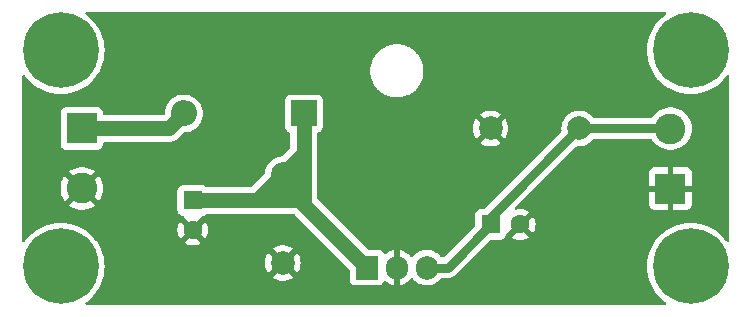
<source format=gbr>
%TF.GenerationSoftware,KiCad,Pcbnew,7.0.10*%
%TF.CreationDate,2024-02-07T21:18:28+06:30*%
%TF.ProjectId,7805,37383035-2e6b-4696-9361-645f70636258,rev?*%
%TF.SameCoordinates,PXa990340PY791ddc0*%
%TF.FileFunction,Copper,L1,Top*%
%TF.FilePolarity,Positive*%
%FSLAX46Y46*%
G04 Gerber Fmt 4.6, Leading zero omitted, Abs format (unit mm)*
G04 Created by KiCad (PCBNEW 7.0.10) date 2024-02-07 21:18:28*
%MOMM*%
%LPD*%
G01*
G04 APERTURE LIST*
%TA.AperFunction,ComponentPad*%
%ADD10R,1.600000X1.600000*%
%TD*%
%TA.AperFunction,ComponentPad*%
%ADD11C,1.600000*%
%TD*%
%TA.AperFunction,ComponentPad*%
%ADD12R,2.600000X2.600000*%
%TD*%
%TA.AperFunction,ComponentPad*%
%ADD13C,2.600000*%
%TD*%
%TA.AperFunction,ComponentPad*%
%ADD14C,2.000000*%
%TD*%
%TA.AperFunction,ComponentPad*%
%ADD15C,6.400000*%
%TD*%
%TA.AperFunction,ComponentPad*%
%ADD16R,2.200000X2.200000*%
%TD*%
%TA.AperFunction,ComponentPad*%
%ADD17O,2.200000X2.200000*%
%TD*%
%TA.AperFunction,ComponentPad*%
%ADD18R,1.905000X2.000000*%
%TD*%
%TA.AperFunction,ComponentPad*%
%ADD19O,1.905000X2.000000*%
%TD*%
%TA.AperFunction,ViaPad*%
%ADD20C,0.600000*%
%TD*%
%TA.AperFunction,Conductor*%
%ADD21C,1.270000*%
%TD*%
%TA.AperFunction,Conductor*%
%ADD22C,0.762000*%
%TD*%
G04 APERTURE END LIST*
D10*
%TO.P,C3,1*%
%TO.N,Net-(J2-Pin_2)*%
X39942888Y7112000D03*
D11*
%TO.P,C3,2*%
%TO.N,Net-(J1-Pin_2)*%
X42442888Y7112000D03*
%TD*%
D12*
%TO.P,J2,1,Pin_1*%
%TO.N,Net-(J1-Pin_2)*%
X55169000Y10155000D03*
D13*
%TO.P,J2,2,Pin_2*%
%TO.N,Net-(J2-Pin_2)*%
X55169000Y15235000D03*
%TD*%
D10*
%TO.P,C1,1*%
%TO.N,Net-(D1-K)*%
X14732000Y9144000D03*
D11*
%TO.P,C1,2*%
%TO.N,Net-(J1-Pin_2)*%
X14732000Y6644000D03*
%TD*%
D14*
%TO.P,C2,1*%
%TO.N,Net-(J1-Pin_2)*%
X22352000Y3870000D03*
%TO.P,C2,2*%
%TO.N,Net-(D1-K)*%
X22352000Y11370000D03*
%TD*%
D12*
%TO.P,J1,1,Pin_1*%
%TO.N,Net-(D1-A)*%
X5334000Y15245000D03*
D13*
%TO.P,J1,2,Pin_2*%
%TO.N,Net-(J1-Pin_2)*%
X5334000Y10165000D03*
%TD*%
D15*
%TO.P,H2,1,1*%
%TO.N,unconnected-(H2-Pad1)*%
X3556000Y3556000D03*
%TD*%
D16*
%TO.P,D1,1,K*%
%TO.N,Net-(D1-K)*%
X24130000Y16510000D03*
D17*
%TO.P,D1,2,A*%
%TO.N,Net-(D1-A)*%
X13970000Y16510000D03*
%TD*%
D14*
%TO.P,C4,1*%
%TO.N,Net-(J2-Pin_2)*%
X47438000Y15240000D03*
%TO.P,C4,2*%
%TO.N,Net-(J1-Pin_2)*%
X39938000Y15240000D03*
%TD*%
D15*
%TO.P,H1,1,1*%
%TO.N,unconnected-(H1-Pad1)*%
X3556000Y21844000D03*
%TD*%
D18*
%TO.P,U1,1,IN*%
%TO.N,Net-(D1-K)*%
X29464000Y3470000D03*
D19*
%TO.P,U1,2,GND*%
%TO.N,Net-(J1-Pin_2)*%
X32004000Y3470000D03*
%TO.P,U1,3,OUT*%
%TO.N,Net-(J2-Pin_2)*%
X34544000Y3470000D03*
%TD*%
D15*
%TO.P,H3,1,1*%
%TO.N,unconnected-(H3-Pad1)*%
X56896000Y21844000D03*
%TD*%
%TO.P,H4,1,1*%
%TO.N,unconnected-(H4-Pad1)*%
X56896000Y3556000D03*
%TD*%
D20*
%TO.N,Net-(J1-Pin_2)*%
X47255477Y4538250D03*
X37095477Y7078250D03*
X21855477Y19778250D03*
X34555477Y12158250D03*
X39635477Y1998250D03*
X19315477Y7078250D03*
X9155477Y1998250D03*
X39635477Y19778250D03*
X6615477Y7078250D03*
X21855477Y1998250D03*
X44715477Y9618250D03*
X14235477Y4538250D03*
X52335477Y7078250D03*
X26935477Y14698250D03*
X11695477Y17238250D03*
X52335477Y22318250D03*
X9155477Y22318250D03*
X1535477Y17238250D03*
X44715477Y22318250D03*
X32015477Y17238250D03*
X9155477Y12158250D03*
X57415477Y9618250D03*
X26935477Y22318250D03*
X47255477Y17238250D03*
X1535477Y9618250D03*
X57415477Y17238250D03*
X29475477Y9618250D03*
X34555477Y22318250D03*
X16775477Y22318250D03*
X16775477Y14698250D03*
X49795477Y12158250D03*
X42175477Y14698250D03*
%TD*%
D21*
%TO.N,Net-(D1-K)*%
X22352000Y10582000D02*
X22817000Y10117000D01*
X24130000Y10922000D02*
X24130000Y8804000D01*
X24130000Y13148000D02*
X23271000Y12289000D01*
X23769500Y9164500D02*
X24150500Y8783500D01*
X22352000Y11370000D02*
X22800000Y10922000D01*
X23271000Y12289000D02*
X23495000Y12065000D01*
X23749000Y9144000D02*
X23769500Y9164500D01*
X24130000Y8804000D02*
X24150500Y8783500D01*
X24150500Y8783500D02*
X29464000Y3470000D01*
X22817000Y11835000D02*
X22817000Y10117000D01*
X21112000Y10130000D02*
X21125000Y10117000D01*
X14732000Y9144000D02*
X20126000Y9144000D01*
X24130000Y13148000D02*
X24130000Y10922000D01*
X23271000Y12289000D02*
X22817000Y11835000D01*
X23495000Y12065000D02*
X23495000Y10922000D01*
X23271000Y12289000D02*
X22352000Y11370000D01*
X22800000Y10922000D02*
X23495000Y10922000D01*
X21112000Y10130000D02*
X22352000Y11370000D01*
X22352000Y11370000D02*
X22352000Y10582000D01*
X20126000Y9144000D02*
X21112000Y10130000D01*
X23495000Y10922000D02*
X24130000Y10922000D01*
X20126000Y9144000D02*
X23749000Y9144000D01*
X21125000Y10117000D02*
X22817000Y10117000D01*
X24130000Y16510000D02*
X24130000Y13148000D01*
X22817000Y10117000D02*
X23769500Y9164500D01*
%TO.N,Net-(D1-A)*%
X5334000Y15245000D02*
X12705000Y15245000D01*
X12705000Y15245000D02*
X13970000Y16510000D01*
D22*
%TO.N,Net-(J2-Pin_2)*%
X36300888Y3470000D02*
X39942888Y7112000D01*
X39942888Y7744888D02*
X39942888Y7112000D01*
X55164000Y15240000D02*
X55169000Y15235000D01*
X47438000Y15240000D02*
X55164000Y15240000D01*
X47438000Y15240000D02*
X39942888Y7744888D01*
X34544000Y3470000D02*
X36300888Y3470000D01*
%TD*%
%TA.AperFunction,Conductor*%
%TO.N,Net-(J1-Pin_2)*%
G36*
X54763044Y25079815D02*
G01*
X54808799Y25027011D01*
X54818743Y24957853D01*
X54789718Y24894297D01*
X54763540Y24871505D01*
X54717917Y24841878D01*
X54416488Y24597785D01*
X54416480Y24597778D01*
X54142222Y24323520D01*
X54142215Y24323512D01*
X53898122Y24022083D01*
X53686877Y23696794D01*
X53510787Y23351198D01*
X53371788Y22989095D01*
X53271397Y22614430D01*
X53271397Y22614428D01*
X53210722Y22231340D01*
X53190422Y21844001D01*
X53190422Y21844000D01*
X53210722Y21456661D01*
X53236542Y21293640D01*
X53271398Y21073567D01*
X53367814Y20713735D01*
X53371788Y20698906D01*
X53510787Y20336803D01*
X53686877Y19991207D01*
X53898122Y19665918D01*
X54063463Y19461739D01*
X54142219Y19364484D01*
X54416484Y19090219D01*
X54506450Y19017366D01*
X54717917Y18846123D01*
X54983330Y18673762D01*
X55043211Y18634875D01*
X55388806Y18458786D01*
X55750913Y18319786D01*
X56125567Y18219398D01*
X56508662Y18158722D01*
X56874576Y18139545D01*
X56895999Y18138422D01*
X56896000Y18138422D01*
X56896001Y18138422D01*
X56916301Y18139486D01*
X57283338Y18158722D01*
X57666433Y18219398D01*
X58041087Y18319786D01*
X58403194Y18458786D01*
X58748789Y18634875D01*
X59074084Y18846124D01*
X59375516Y19090219D01*
X59649781Y19364484D01*
X59893876Y19665916D01*
X59923505Y19711542D01*
X59976525Y19757044D01*
X60045730Y19766659D01*
X60109147Y19737332D01*
X60146642Y19678375D01*
X60151500Y19644006D01*
X60151500Y5755995D01*
X60131815Y5688956D01*
X60079011Y5643201D01*
X60009853Y5633257D01*
X59946297Y5662282D01*
X59923505Y5688460D01*
X59893877Y5734083D01*
X59744515Y5918529D01*
X59649781Y6035516D01*
X59375516Y6309781D01*
X59242630Y6417390D01*
X59074082Y6553878D01*
X58748793Y6765123D01*
X58403197Y6941213D01*
X58041094Y7080212D01*
X58003378Y7090318D01*
X57666433Y7180602D01*
X57666429Y7180603D01*
X57666428Y7180603D01*
X57283339Y7241278D01*
X56896001Y7261578D01*
X56895999Y7261578D01*
X56508660Y7241278D01*
X56125572Y7180603D01*
X56125570Y7180603D01*
X55750905Y7080212D01*
X55388802Y6941213D01*
X55043206Y6765123D01*
X54717917Y6553878D01*
X54416488Y6309785D01*
X54416480Y6309778D01*
X54142222Y6035520D01*
X54142215Y6035512D01*
X53898122Y5734083D01*
X53686877Y5408794D01*
X53510787Y5063198D01*
X53371788Y4701095D01*
X53271397Y4326430D01*
X53271397Y4326428D01*
X53210722Y3943340D01*
X53190422Y3556001D01*
X53190422Y3556000D01*
X53210722Y3168661D01*
X53263243Y2837057D01*
X53271398Y2785567D01*
X53368780Y2422130D01*
X53371788Y2410906D01*
X53510787Y2048803D01*
X53686877Y1703207D01*
X53898122Y1377918D01*
X54114401Y1110836D01*
X54142219Y1076484D01*
X54416484Y802219D01*
X54584375Y666263D01*
X54717917Y558123D01*
X54763540Y528495D01*
X54809043Y475474D01*
X54818657Y406269D01*
X54789330Y342852D01*
X54730373Y305358D01*
X54696005Y300500D01*
X5755995Y300500D01*
X5688956Y320185D01*
X5643201Y372989D01*
X5633257Y442147D01*
X5662282Y505703D01*
X5688460Y528495D01*
X5734082Y558123D01*
X5734084Y558124D01*
X6035516Y802219D01*
X6309781Y1076484D01*
X6553876Y1377916D01*
X6765125Y1703211D01*
X6941214Y2048806D01*
X7080214Y2410913D01*
X7180602Y2785567D01*
X7241278Y3168662D01*
X7261578Y3556000D01*
X7245122Y3869995D01*
X20846859Y3869995D01*
X20867385Y3622271D01*
X20867387Y3622262D01*
X20928412Y3381283D01*
X21028266Y3153636D01*
X21128564Y3000118D01*
X21868923Y3740477D01*
X21892507Y3660156D01*
X21970239Y3539202D01*
X22078900Y3445048D01*
X22209685Y3385320D01*
X22219466Y3383914D01*
X21481942Y2646391D01*
X21528768Y2609945D01*
X21528770Y2609944D01*
X21747385Y2491636D01*
X21747396Y2491631D01*
X21982506Y2410917D01*
X22227707Y2370000D01*
X22476293Y2370000D01*
X22721493Y2410917D01*
X22956603Y2491631D01*
X22956614Y2491636D01*
X23175228Y2609943D01*
X23175231Y2609945D01*
X23222056Y2646391D01*
X22484533Y3383914D01*
X22494315Y3385320D01*
X22625100Y3445048D01*
X22733761Y3539202D01*
X22811493Y3660156D01*
X22835076Y3740476D01*
X23575434Y3000118D01*
X23675731Y3153631D01*
X23775587Y3381283D01*
X23836612Y3622262D01*
X23836614Y3622271D01*
X23857141Y3869995D01*
X23857141Y3870006D01*
X23836614Y4117730D01*
X23836612Y4117739D01*
X23775587Y4358718D01*
X23675731Y4586370D01*
X23575434Y4739884D01*
X22835076Y3999525D01*
X22811493Y4079844D01*
X22733761Y4200798D01*
X22625100Y4294952D01*
X22494315Y4354680D01*
X22484534Y4356087D01*
X23222057Y5093610D01*
X23222056Y5093611D01*
X23175229Y5130057D01*
X22956614Y5248365D01*
X22956603Y5248370D01*
X22721493Y5329084D01*
X22476293Y5370000D01*
X22227707Y5370000D01*
X21982506Y5329084D01*
X21747396Y5248370D01*
X21747390Y5248368D01*
X21528761Y5130051D01*
X21481942Y5093612D01*
X21481942Y5093610D01*
X22219466Y4356087D01*
X22209685Y4354680D01*
X22078900Y4294952D01*
X21970239Y4200798D01*
X21892507Y4079844D01*
X21868923Y3999525D01*
X21128564Y4739884D01*
X21028267Y4586368D01*
X20928412Y4358718D01*
X20867387Y4117739D01*
X20867385Y4117730D01*
X20846859Y3870006D01*
X20846859Y3869995D01*
X7245122Y3869995D01*
X7241278Y3943338D01*
X7180602Y4326433D01*
X7080214Y4701087D01*
X6941214Y5063194D01*
X6765125Y5408789D01*
X6583505Y5688460D01*
X6553877Y5734083D01*
X6404515Y5918529D01*
X6309781Y6035516D01*
X6035516Y6309781D01*
X5902630Y6417390D01*
X5734082Y6553878D01*
X5595309Y6643998D01*
X13427034Y6643998D01*
X13446858Y6417401D01*
X13446860Y6417390D01*
X13505730Y6197683D01*
X13505735Y6197669D01*
X13601863Y5991522D01*
X13652974Y5918528D01*
X14334046Y6599600D01*
X14346835Y6518852D01*
X14404359Y6405955D01*
X14493955Y6316359D01*
X14606852Y6258835D01*
X14687599Y6246047D01*
X14006526Y5564975D01*
X14079513Y5513868D01*
X14079521Y5513864D01*
X14285668Y5417736D01*
X14285682Y5417731D01*
X14505389Y5358861D01*
X14505400Y5358859D01*
X14731998Y5339034D01*
X14732002Y5339034D01*
X14958599Y5358859D01*
X14958610Y5358861D01*
X15178317Y5417731D01*
X15178331Y5417736D01*
X15384478Y5513864D01*
X15457471Y5564976D01*
X14776400Y6246047D01*
X14857148Y6258835D01*
X14970045Y6316359D01*
X15059641Y6405955D01*
X15117165Y6518852D01*
X15129953Y6599600D01*
X15811024Y5918529D01*
X15862136Y5991522D01*
X15958264Y6197669D01*
X15958269Y6197683D01*
X16017139Y6417390D01*
X16017141Y6417401D01*
X16036966Y6643998D01*
X16036966Y6644003D01*
X16017141Y6870600D01*
X16017139Y6870611D01*
X15958269Y7090318D01*
X15958264Y7090332D01*
X15862136Y7296479D01*
X15862132Y7296487D01*
X15811025Y7369474D01*
X15129953Y6688402D01*
X15117165Y6769148D01*
X15059641Y6882045D01*
X14970045Y6971641D01*
X14857148Y7029165D01*
X14776401Y7041954D01*
X15462645Y7728199D01*
X15472492Y7777193D01*
X15521107Y7827376D01*
X15576633Y7842019D01*
X15576576Y7843100D01*
X15576571Y7843146D01*
X15576573Y7843147D01*
X15576564Y7843324D01*
X15579857Y7843501D01*
X15579872Y7843501D01*
X15639483Y7849909D01*
X15774331Y7900204D01*
X15827357Y7939899D01*
X15885956Y7983766D01*
X15951420Y8008184D01*
X15960267Y8008500D01*
X20017573Y8008500D01*
X20020838Y8008500D01*
X20041402Y8006784D01*
X20044626Y8006241D01*
X20138048Y8008465D01*
X20140998Y8008500D01*
X23267851Y8008500D01*
X23334890Y7988815D01*
X23349046Y7978219D01*
X23352391Y7975321D01*
X23358877Y7969283D01*
X23388244Y7939916D01*
X23388262Y7939899D01*
X27974681Y3353480D01*
X28008166Y3292157D01*
X28011000Y3265799D01*
X28011000Y2422130D01*
X28011001Y2422124D01*
X28017408Y2362517D01*
X28067702Y2227672D01*
X28067706Y2227665D01*
X28153952Y2112456D01*
X28153955Y2112453D01*
X28269164Y2026207D01*
X28269171Y2026203D01*
X28404017Y1975909D01*
X28404016Y1975909D01*
X28410944Y1975165D01*
X28463627Y1969500D01*
X30464372Y1969501D01*
X30523983Y1975909D01*
X30658831Y2026204D01*
X30774046Y2112454D01*
X30860296Y2227669D01*
X30860297Y2227672D01*
X30860298Y2227673D01*
X30866308Y2243791D01*
X30871907Y2258803D01*
X30913776Y2314736D01*
X30979240Y2339156D01*
X31047513Y2324306D01*
X31064252Y2313325D01*
X31206831Y2202351D01*
X31206840Y2202345D01*
X31418531Y2087785D01*
X31418545Y2087779D01*
X31646207Y2009621D01*
X31754000Y1991634D01*
X31754000Y2978317D01*
X31782819Y2960791D01*
X31928404Y2920000D01*
X32041622Y2920000D01*
X32153783Y2935416D01*
X32254000Y2978947D01*
X32254000Y1991635D01*
X32361792Y2009621D01*
X32589454Y2087779D01*
X32589468Y2087785D01*
X32801159Y2202345D01*
X32801168Y2202351D01*
X32991116Y2350194D01*
X32991126Y2350203D01*
X33154154Y2527298D01*
X33154155Y2527299D01*
X33169891Y2551384D01*
X33223036Y2596742D01*
X33292267Y2606167D01*
X33355604Y2576667D01*
X33377510Y2551386D01*
X33393446Y2526993D01*
X33393449Y2526990D01*
X33556537Y2349829D01*
X33678095Y2255217D01*
X33746017Y2202351D01*
X33746561Y2201928D01*
X33911891Y2112456D01*
X33957478Y2087785D01*
X33958336Y2087321D01*
X34070526Y2048806D01*
X34186083Y2009135D01*
X34186085Y2009135D01*
X34186087Y2009134D01*
X34423601Y1969500D01*
X34423602Y1969500D01*
X34664398Y1969500D01*
X34664399Y1969500D01*
X34901913Y2009134D01*
X35129664Y2087321D01*
X35341439Y2201928D01*
X35531463Y2349829D01*
X35694551Y2526990D01*
X35698033Y2532319D01*
X35751178Y2577677D01*
X35801843Y2588500D01*
X36260015Y2588500D01*
X36270079Y2588092D01*
X36324899Y2583627D01*
X36406483Y2594743D01*
X36409717Y2595139D01*
X36491502Y2604033D01*
X36491757Y2604120D01*
X36514602Y2609473D01*
X36514882Y2609511D01*
X36592140Y2637896D01*
X36595237Y2638987D01*
X36673203Y2665255D01*
X36673427Y2665390D01*
X36694611Y2675542D01*
X36694858Y2675632D01*
X36764184Y2719946D01*
X36766985Y2721683D01*
X36837495Y2764106D01*
X36837681Y2764283D01*
X36856194Y2778757D01*
X36856413Y2778896D01*
X36914609Y2837094D01*
X36916940Y2839362D01*
X36976696Y2895964D01*
X36976845Y2896186D01*
X36991799Y2914284D01*
X39852698Y5775182D01*
X39914021Y5808667D01*
X39940379Y5811501D01*
X40790759Y5811501D01*
X40790760Y5811501D01*
X40850371Y5817909D01*
X40985219Y5868204D01*
X41100434Y5954454D01*
X41186684Y6069669D01*
X41236979Y6204517D01*
X41243388Y6264127D01*
X41243387Y6264155D01*
X41243566Y6267453D01*
X41245071Y6267373D01*
X41263000Y6328674D01*
X41315756Y6374486D01*
X41359353Y6382019D01*
X42044934Y7067601D01*
X42057723Y6986852D01*
X42115247Y6873955D01*
X42204843Y6784359D01*
X42317740Y6726835D01*
X42398487Y6714047D01*
X41717414Y6032975D01*
X41790401Y5981868D01*
X41790409Y5981864D01*
X41996556Y5885736D01*
X41996570Y5885731D01*
X42216277Y5826861D01*
X42216288Y5826859D01*
X42442886Y5807034D01*
X42442890Y5807034D01*
X42669487Y5826859D01*
X42669498Y5826861D01*
X42889205Y5885731D01*
X42889219Y5885736D01*
X43095366Y5981864D01*
X43168359Y6032976D01*
X42487288Y6714047D01*
X42568036Y6726835D01*
X42680933Y6784359D01*
X42770529Y6873955D01*
X42828053Y6986852D01*
X42840841Y7067600D01*
X43521912Y6386529D01*
X43573024Y6459522D01*
X43669152Y6665669D01*
X43669157Y6665683D01*
X43728027Y6885390D01*
X43728029Y6885401D01*
X43747854Y7111998D01*
X43747854Y7112003D01*
X43728029Y7338600D01*
X43728027Y7338611D01*
X43669157Y7558318D01*
X43669152Y7558332D01*
X43573024Y7764479D01*
X43573020Y7764487D01*
X43521913Y7837474D01*
X42840841Y7156402D01*
X42828053Y7237148D01*
X42770529Y7350045D01*
X42680933Y7439641D01*
X42568036Y7497165D01*
X42487287Y7509954D01*
X43168360Y8191026D01*
X43095366Y8242137D01*
X42889219Y8338265D01*
X42889205Y8338270D01*
X42669498Y8397140D01*
X42669487Y8397142D01*
X42442890Y8416966D01*
X42442886Y8416966D01*
X42216288Y8397142D01*
X42216277Y8397140D01*
X42151691Y8379834D01*
X42081841Y8381497D01*
X42023979Y8420660D01*
X41996475Y8484889D01*
X42008062Y8553791D01*
X42031914Y8587287D01*
X42251783Y8807156D01*
X53369000Y8807156D01*
X53375401Y8747628D01*
X53375403Y8747621D01*
X53425645Y8612914D01*
X53425649Y8612907D01*
X53511809Y8497813D01*
X53511812Y8497810D01*
X53626906Y8411650D01*
X53626913Y8411646D01*
X53761620Y8361404D01*
X53761627Y8361402D01*
X53821155Y8355001D01*
X53821172Y8355000D01*
X54919000Y8355000D01*
X54919000Y9550690D01*
X54927817Y9545842D01*
X55086886Y9505000D01*
X55209894Y9505000D01*
X55331933Y9520417D01*
X55419000Y9554890D01*
X55419000Y8355000D01*
X56516828Y8355000D01*
X56516844Y8355001D01*
X56576372Y8361402D01*
X56576379Y8361404D01*
X56711086Y8411646D01*
X56711093Y8411650D01*
X56826187Y8497810D01*
X56826190Y8497813D01*
X56912350Y8612907D01*
X56912354Y8612914D01*
X56962596Y8747621D01*
X56962598Y8747628D01*
X56968999Y8807156D01*
X56969000Y8807173D01*
X56969000Y9905000D01*
X55769728Y9905000D01*
X55792100Y9952543D01*
X55822873Y10113862D01*
X55812561Y10277766D01*
X55771220Y10405000D01*
X56969000Y10405000D01*
X56969000Y11502828D01*
X56968999Y11502845D01*
X56962598Y11562373D01*
X56962596Y11562380D01*
X56912354Y11697087D01*
X56912350Y11697094D01*
X56826190Y11812188D01*
X56826187Y11812191D01*
X56711093Y11898351D01*
X56711086Y11898355D01*
X56576379Y11948597D01*
X56576372Y11948599D01*
X56516844Y11955000D01*
X55419000Y11955000D01*
X55419000Y10759311D01*
X55410183Y10764158D01*
X55251114Y10805000D01*
X55128106Y10805000D01*
X55006067Y10789583D01*
X54919000Y10755111D01*
X54919000Y11955000D01*
X53821155Y11955000D01*
X53761627Y11948599D01*
X53761620Y11948597D01*
X53626913Y11898355D01*
X53626906Y11898351D01*
X53511812Y11812191D01*
X53511809Y11812188D01*
X53425649Y11697094D01*
X53425645Y11697087D01*
X53375403Y11562380D01*
X53375401Y11562373D01*
X53369000Y11502845D01*
X53369000Y10405000D01*
X54568272Y10405000D01*
X54545900Y10357457D01*
X54515127Y10196138D01*
X54525439Y10032234D01*
X54566780Y9905000D01*
X53369000Y9905000D01*
X53369000Y8807156D01*
X42251783Y8807156D01*
X47157521Y13712894D01*
X47218842Y13746377D01*
X47265610Y13747519D01*
X47284213Y13744415D01*
X47313663Y13739500D01*
X47313665Y13739500D01*
X47562335Y13739500D01*
X47807614Y13780429D01*
X48042810Y13861172D01*
X48261509Y13979526D01*
X48457744Y14132262D01*
X48626164Y14315215D01*
X48626165Y14315217D01*
X48629172Y14318483D01*
X48689059Y14354473D01*
X48720402Y14358500D01*
X53524418Y14358500D01*
X53591457Y14338815D01*
X53631803Y14296502D01*
X53677185Y14217898D01*
X53714072Y14171643D01*
X53845442Y14006911D01*
X54002513Y13861172D01*
X54043259Y13823365D01*
X54266226Y13671349D01*
X54509359Y13554262D01*
X54767228Y13474720D01*
X54767229Y13474720D01*
X54767232Y13474719D01*
X55034063Y13434501D01*
X55034068Y13434501D01*
X55034071Y13434500D01*
X55034072Y13434500D01*
X55303928Y13434500D01*
X55303929Y13434500D01*
X55303936Y13434501D01*
X55570767Y13474719D01*
X55570768Y13474720D01*
X55570772Y13474720D01*
X55828641Y13554262D01*
X56071775Y13671349D01*
X56294741Y13823365D01*
X56492561Y14006915D01*
X56660815Y14217898D01*
X56795743Y14451602D01*
X56894334Y14702805D01*
X56954383Y14965897D01*
X56969503Y15167665D01*
X56974549Y15234996D01*
X56974549Y15235005D01*
X56954383Y15504102D01*
X56954383Y15504103D01*
X56894334Y15767195D01*
X56795743Y16018398D01*
X56660815Y16252102D01*
X56492561Y16463085D01*
X56492560Y16463086D01*
X56492557Y16463090D01*
X56294741Y16646635D01*
X56286162Y16652484D01*
X56071775Y16798651D01*
X56071769Y16798654D01*
X56071768Y16798655D01*
X56071767Y16798656D01*
X55828643Y16915737D01*
X55828645Y16915737D01*
X55570773Y16995280D01*
X55570767Y16995282D01*
X55303936Y17035500D01*
X55303929Y17035500D01*
X55034071Y17035500D01*
X55034063Y17035500D01*
X54767232Y16995282D01*
X54767226Y16995280D01*
X54509358Y16915738D01*
X54266230Y16798654D01*
X54043258Y16646635D01*
X53845442Y16463090D01*
X53677185Y16252102D01*
X53637578Y16183500D01*
X53587011Y16135285D01*
X53530191Y16121500D01*
X48720402Y16121500D01*
X48653363Y16141185D01*
X48629172Y16161517D01*
X48626164Y16164785D01*
X48457744Y16347738D01*
X48261509Y16500474D01*
X48261507Y16500475D01*
X48261506Y16500476D01*
X48042811Y16618828D01*
X48042802Y16618831D01*
X47807616Y16699571D01*
X47562335Y16740500D01*
X47313665Y16740500D01*
X47068383Y16699571D01*
X46833197Y16618831D01*
X46833188Y16618828D01*
X46614493Y16500476D01*
X46418257Y16347739D01*
X46249833Y16164783D01*
X46113826Y15956607D01*
X46013936Y15728882D01*
X45952892Y15487825D01*
X45952890Y15487813D01*
X45932357Y15240005D01*
X45932357Y15239995D01*
X45947430Y15058087D01*
X45933349Y14989651D01*
X45911535Y14960166D01*
X39400188Y8448819D01*
X39338865Y8415334D01*
X39312508Y8412500D01*
X39095018Y8412500D01*
X39095011Y8412499D01*
X39035404Y8406092D01*
X38900559Y8355798D01*
X38900552Y8355794D01*
X38785343Y8269548D01*
X38785340Y8269545D01*
X38699094Y8154336D01*
X38699090Y8154329D01*
X38648796Y8019483D01*
X38642389Y7959884D01*
X38642388Y7959865D01*
X38642388Y7109492D01*
X38622703Y7042453D01*
X38606069Y7021811D01*
X35972078Y4387819D01*
X35910755Y4354334D01*
X35884397Y4351500D01*
X35801843Y4351500D01*
X35734804Y4371185D01*
X35698033Y4407681D01*
X35694555Y4413004D01*
X35694554Y4413005D01*
X35694551Y4413010D01*
X35531463Y4590171D01*
X35374505Y4712336D01*
X35341441Y4738071D01*
X35129665Y4852679D01*
X35129656Y4852682D01*
X34901916Y4930866D01*
X34702800Y4964092D01*
X34664399Y4970500D01*
X34423601Y4970500D01*
X34385200Y4964092D01*
X34186083Y4930866D01*
X33958343Y4852682D01*
X33958334Y4852679D01*
X33746558Y4738071D01*
X33650195Y4663068D01*
X33556537Y4590171D01*
X33556534Y4590169D01*
X33556534Y4590168D01*
X33393450Y4413012D01*
X33393446Y4413006D01*
X33377507Y4388611D01*
X33324359Y4343256D01*
X33255127Y4333835D01*
X33191793Y4363339D01*
X33169892Y4388615D01*
X33154154Y4412704D01*
X32991126Y4589798D01*
X32991116Y4589807D01*
X32801168Y4737650D01*
X32801159Y4737656D01*
X32589468Y4852216D01*
X32589454Y4852222D01*
X32361791Y4930381D01*
X32254000Y4948367D01*
X32254000Y3961684D01*
X32225181Y3979209D01*
X32079596Y4020000D01*
X31966378Y4020000D01*
X31854217Y4004584D01*
X31754000Y3961054D01*
X31754000Y4948367D01*
X31753999Y4948367D01*
X31646208Y4930381D01*
X31418545Y4852222D01*
X31418531Y4852216D01*
X31206840Y4737656D01*
X31206838Y4737655D01*
X31064252Y4626675D01*
X30999258Y4601033D01*
X30930718Y4614600D01*
X30880393Y4663068D01*
X30871907Y4681199D01*
X30860297Y4712329D01*
X30860293Y4712336D01*
X30774047Y4827545D01*
X30774044Y4827548D01*
X30658835Y4913794D01*
X30658828Y4913798D01*
X30523982Y4964092D01*
X30523983Y4964092D01*
X30464383Y4970499D01*
X30464381Y4970500D01*
X30464373Y4970500D01*
X30464365Y4970500D01*
X29620701Y4970500D01*
X29553662Y4990185D01*
X29533020Y5006819D01*
X25301819Y9238021D01*
X25268334Y9299344D01*
X25265500Y9325702D01*
X25265500Y10831920D01*
X25266762Y10849566D01*
X25269373Y10867725D01*
X25265640Y10946094D01*
X25265500Y10951994D01*
X25265500Y13072974D01*
X25266377Y13087695D01*
X25270342Y13120855D01*
X25265816Y13184139D01*
X25265500Y13192984D01*
X25265500Y14802966D01*
X25285185Y14870005D01*
X25337989Y14915760D01*
X25346167Y14919148D01*
X25472328Y14966203D01*
X25472327Y14966203D01*
X25472331Y14966204D01*
X25587546Y15052454D01*
X25673796Y15167669D01*
X25700772Y15239995D01*
X38432859Y15239995D01*
X38453385Y14992271D01*
X38453387Y14992262D01*
X38514412Y14751283D01*
X38614266Y14523636D01*
X38714564Y14370118D01*
X39454923Y15110477D01*
X39478507Y15030156D01*
X39556239Y14909202D01*
X39664900Y14815048D01*
X39795685Y14755320D01*
X39805466Y14753914D01*
X39067942Y14016391D01*
X39114768Y13979945D01*
X39114770Y13979944D01*
X39333385Y13861636D01*
X39333396Y13861631D01*
X39568506Y13780917D01*
X39813707Y13740000D01*
X40062293Y13740000D01*
X40307493Y13780917D01*
X40542603Y13861631D01*
X40542614Y13861636D01*
X40761228Y13979943D01*
X40761231Y13979945D01*
X40808056Y14016391D01*
X40070533Y14753914D01*
X40080315Y14755320D01*
X40211100Y14815048D01*
X40319761Y14909202D01*
X40397493Y15030156D01*
X40421076Y15110476D01*
X41161434Y14370118D01*
X41261731Y14523631D01*
X41361587Y14751283D01*
X41422612Y14992262D01*
X41422614Y14992271D01*
X41443141Y15239995D01*
X41443141Y15240006D01*
X41422614Y15487730D01*
X41422612Y15487739D01*
X41361587Y15728718D01*
X41261731Y15956370D01*
X41161434Y16109884D01*
X40421076Y15369525D01*
X40397493Y15449844D01*
X40319761Y15570798D01*
X40211100Y15664952D01*
X40080315Y15724680D01*
X40070534Y15726087D01*
X40808057Y16463610D01*
X40808056Y16463611D01*
X40761229Y16500057D01*
X40542614Y16618365D01*
X40542603Y16618370D01*
X40307493Y16699084D01*
X40062293Y16740000D01*
X39813707Y16740000D01*
X39568506Y16699084D01*
X39333396Y16618370D01*
X39333390Y16618368D01*
X39114761Y16500051D01*
X39067942Y16463612D01*
X39067942Y16463610D01*
X39805466Y15726087D01*
X39795685Y15724680D01*
X39664900Y15664952D01*
X39556239Y15570798D01*
X39478507Y15449844D01*
X39454923Y15369525D01*
X38714564Y16109884D01*
X38614267Y15956368D01*
X38514412Y15728718D01*
X38453387Y15487739D01*
X38453385Y15487730D01*
X38432859Y15240006D01*
X38432859Y15239995D01*
X25700772Y15239995D01*
X25724091Y15302517D01*
X25730500Y15362127D01*
X25730499Y17657872D01*
X25724091Y17717483D01*
X25690017Y17808839D01*
X25673797Y17852329D01*
X25673793Y17852336D01*
X25587547Y17967545D01*
X25587544Y17967548D01*
X25472335Y18053794D01*
X25472328Y18053798D01*
X25337482Y18104092D01*
X25337483Y18104092D01*
X25277883Y18110499D01*
X25277881Y18110500D01*
X25277873Y18110500D01*
X25277864Y18110500D01*
X22982129Y18110500D01*
X22982123Y18110499D01*
X22922516Y18104092D01*
X22787671Y18053798D01*
X22787664Y18053794D01*
X22672455Y17967548D01*
X22672452Y17967545D01*
X22586206Y17852336D01*
X22586202Y17852329D01*
X22535908Y17717483D01*
X22529501Y17657884D01*
X22529501Y17657877D01*
X22529500Y17657865D01*
X22529500Y15362130D01*
X22529501Y15362124D01*
X22535908Y15302517D01*
X22586202Y15167672D01*
X22586206Y15167665D01*
X22672452Y15052456D01*
X22672455Y15052453D01*
X22787664Y14966207D01*
X22787671Y14966203D01*
X22913833Y14919148D01*
X22969767Y14877277D01*
X22994184Y14811813D01*
X22994500Y14802966D01*
X22994500Y13669703D01*
X22974815Y13602664D01*
X22958181Y13582022D01*
X22531775Y13155617D01*
X22518411Y13144035D01*
X22503717Y13133035D01*
X22450955Y13074996D01*
X22446889Y13070732D01*
X22429834Y13053675D01*
X22429832Y13053672D01*
X22429828Y13053668D01*
X22278554Y12902394D01*
X22217231Y12868910D01*
X22211283Y12867767D01*
X21982382Y12829571D01*
X21747197Y12748831D01*
X21747188Y12748828D01*
X21528493Y12630476D01*
X21332257Y12477739D01*
X21163833Y12294783D01*
X21027826Y12086607D01*
X20927936Y11858882D01*
X20866892Y11617825D01*
X20866890Y11617814D01*
X20859162Y11524549D01*
X20834008Y11459364D01*
X20823267Y11447109D01*
X20385752Y11009593D01*
X20385745Y11009586D01*
X20372765Y10996608D01*
X20359408Y10985034D01*
X20344724Y10974041D01*
X20344717Y10974035D01*
X20291946Y10915986D01*
X20287875Y10911717D01*
X19691979Y10315819D01*
X19630656Y10282334D01*
X19604298Y10279500D01*
X15960267Y10279500D01*
X15893228Y10299185D01*
X15885956Y10304234D01*
X15774335Y10387794D01*
X15774328Y10387798D01*
X15639482Y10438092D01*
X15639483Y10438092D01*
X15579883Y10444499D01*
X15579881Y10444500D01*
X15579873Y10444500D01*
X15579864Y10444500D01*
X13884129Y10444500D01*
X13884123Y10444499D01*
X13824516Y10438092D01*
X13689671Y10387798D01*
X13689664Y10387794D01*
X13574455Y10301548D01*
X13574452Y10301545D01*
X13488206Y10186336D01*
X13488202Y10186329D01*
X13437908Y10051483D01*
X13431501Y9991884D01*
X13431500Y9991865D01*
X13431500Y8296130D01*
X13431501Y8296124D01*
X13437908Y8236517D01*
X13488202Y8101672D01*
X13488206Y8101665D01*
X13574452Y7986456D01*
X13574455Y7986453D01*
X13689664Y7900207D01*
X13689671Y7900203D01*
X13734618Y7883439D01*
X13824517Y7849909D01*
X13884127Y7843500D01*
X13884153Y7843501D01*
X13887453Y7843322D01*
X13887372Y7841817D01*
X13948672Y7823888D01*
X13994483Y7771133D01*
X14002016Y7727536D01*
X14687599Y7041954D01*
X14606852Y7029165D01*
X14493955Y6971641D01*
X14404359Y6882045D01*
X14346835Y6769148D01*
X14334046Y6688402D01*
X13652974Y7369474D01*
X13652973Y7369474D01*
X13601868Y7296488D01*
X13601866Y7296484D01*
X13505734Y7090327D01*
X13505730Y7090318D01*
X13446860Y6870611D01*
X13446858Y6870600D01*
X13427034Y6644003D01*
X13427034Y6643998D01*
X5595309Y6643998D01*
X5408793Y6765123D01*
X5063197Y6941213D01*
X4701094Y7080212D01*
X4663378Y7090318D01*
X4326433Y7180602D01*
X4326429Y7180603D01*
X4326428Y7180603D01*
X3943339Y7241278D01*
X3556001Y7261578D01*
X3555999Y7261578D01*
X3168660Y7241278D01*
X2785572Y7180603D01*
X2785570Y7180603D01*
X2410905Y7080212D01*
X2048802Y6941213D01*
X1703206Y6765123D01*
X1377917Y6553878D01*
X1076488Y6309785D01*
X1076480Y6309778D01*
X802222Y6035520D01*
X802215Y6035512D01*
X558122Y5734083D01*
X528495Y5688460D01*
X475474Y5642957D01*
X406269Y5633343D01*
X342852Y5662670D01*
X305358Y5721627D01*
X300500Y5755995D01*
X300500Y10164996D01*
X3528953Y10164996D01*
X3549113Y9895974D01*
X3549113Y9895972D01*
X3609142Y9632967D01*
X3609148Y9632948D01*
X3707709Y9381819D01*
X3707708Y9381819D01*
X3842602Y9148178D01*
X3896294Y9080849D01*
X4731452Y9916008D01*
X4741188Y9886044D01*
X4829186Y9747381D01*
X4948903Y9634960D01*
X5083510Y9560959D01*
X4248848Y8726298D01*
X4431483Y8601780D01*
X4431485Y8601779D01*
X4674539Y8484731D01*
X4674537Y8484731D01*
X4932337Y8405210D01*
X4932343Y8405208D01*
X5199101Y8365001D01*
X5199110Y8365000D01*
X5468890Y8365000D01*
X5468898Y8365001D01*
X5735656Y8405208D01*
X5735662Y8405210D01*
X5993461Y8484731D01*
X6236521Y8601782D01*
X6419150Y8726298D01*
X5581534Y9563914D01*
X5649629Y9590874D01*
X5782492Y9687405D01*
X5887175Y9813945D01*
X5935631Y9916921D01*
X6771703Y9080849D01*
X6771704Y9080850D01*
X6825393Y9148172D01*
X6825400Y9148183D01*
X6960290Y9381819D01*
X7058851Y9632948D01*
X7058857Y9632967D01*
X7118886Y9895972D01*
X7118886Y9895974D01*
X7139047Y10164996D01*
X7139047Y10165005D01*
X7118886Y10434027D01*
X7118886Y10434029D01*
X7058857Y10697034D01*
X7058851Y10697053D01*
X6960290Y10948182D01*
X6960291Y10948182D01*
X6825397Y11181823D01*
X6771704Y11249153D01*
X5936546Y10413996D01*
X5926812Y10443956D01*
X5838814Y10582619D01*
X5719097Y10695040D01*
X5584489Y10769042D01*
X6419150Y11603704D01*
X6236517Y11728221D01*
X6236516Y11728222D01*
X5993460Y11845270D01*
X5993462Y11845270D01*
X5735662Y11924791D01*
X5735656Y11924793D01*
X5468898Y11965000D01*
X5199101Y11965000D01*
X4932343Y11924793D01*
X4932337Y11924791D01*
X4674538Y11845270D01*
X4431485Y11728222D01*
X4431476Y11728217D01*
X4248848Y11603704D01*
X5086465Y10766087D01*
X5018371Y10739126D01*
X4885508Y10642595D01*
X4780825Y10516055D01*
X4732368Y10413079D01*
X3896295Y11249152D01*
X3842600Y11181820D01*
X3707709Y10948182D01*
X3609148Y10697053D01*
X3609142Y10697034D01*
X3549113Y10434029D01*
X3549113Y10434027D01*
X3528953Y10165005D01*
X3528953Y10164996D01*
X300500Y10164996D01*
X300500Y13897130D01*
X3533500Y13897130D01*
X3533501Y13897124D01*
X3539908Y13837517D01*
X3590202Y13702672D01*
X3590206Y13702665D01*
X3676452Y13587456D01*
X3676455Y13587453D01*
X3791664Y13501207D01*
X3791671Y13501203D01*
X3926517Y13450909D01*
X3926516Y13450909D01*
X3933444Y13450165D01*
X3986127Y13444500D01*
X6681872Y13444501D01*
X6741483Y13450909D01*
X6876331Y13501204D01*
X6991546Y13587454D01*
X7077796Y13702669D01*
X7128091Y13837517D01*
X7134500Y13897127D01*
X7134500Y13985500D01*
X7154185Y14052539D01*
X7206989Y14098294D01*
X7258500Y14109500D01*
X12599838Y14109500D01*
X12620402Y14107784D01*
X12623626Y14107241D01*
X12717048Y14109465D01*
X12719998Y14109500D01*
X12759082Y14109500D01*
X12759091Y14109500D01*
X12768156Y14110366D01*
X12776972Y14110892D01*
X12840419Y14112402D01*
X12873048Y14119501D01*
X12887618Y14121772D01*
X12906171Y14123545D01*
X12920872Y14124948D01*
X12981774Y14142832D01*
X12990303Y14145008D01*
X13052317Y14158498D01*
X13083012Y14171644D01*
X13096884Y14176631D01*
X13128942Y14186043D01*
X13185343Y14215122D01*
X13193350Y14218893D01*
X13251663Y14243863D01*
X13279322Y14262584D01*
X13292003Y14270109D01*
X13321690Y14285412D01*
X13371575Y14324644D01*
X13378687Y14329837D01*
X13431250Y14365411D01*
X13454874Y14389037D01*
X13465899Y14398820D01*
X13492146Y14419460D01*
X13492149Y14419462D01*
X13533717Y14467436D01*
X13539722Y14473885D01*
X13938076Y14872239D01*
X13999397Y14905722D01*
X14016025Y14908174D01*
X14221148Y14924317D01*
X14466111Y14983127D01*
X14698859Y15079534D01*
X14913659Y15211164D01*
X15105224Y15374776D01*
X15268836Y15566341D01*
X15400466Y15781141D01*
X15496873Y16013889D01*
X15555683Y16258852D01*
X15575449Y16510000D01*
X15555683Y16761148D01*
X15496873Y17006111D01*
X15400466Y17238859D01*
X15400466Y17238860D01*
X15268839Y17453654D01*
X15268838Y17453657D01*
X15231875Y17496934D01*
X15105224Y17645224D01*
X14978571Y17753396D01*
X14913656Y17808839D01*
X14913653Y17808840D01*
X14698859Y17940467D01*
X14466110Y18036874D01*
X14221151Y18095683D01*
X13970000Y18115449D01*
X13718848Y18095683D01*
X13473889Y18036874D01*
X13241140Y17940467D01*
X13026346Y17808840D01*
X13026343Y17808839D01*
X12834776Y17645224D01*
X12671161Y17453657D01*
X12671160Y17453654D01*
X12539533Y17238860D01*
X12443126Y17006111D01*
X12390604Y16787336D01*
X12384317Y16761148D01*
X12375765Y16652484D01*
X12368173Y16556030D01*
X12343288Y16490742D01*
X12332238Y16478080D01*
X12270980Y16416820D01*
X12209657Y16383334D01*
X12183297Y16380500D01*
X7258499Y16380500D01*
X7191460Y16400185D01*
X7145705Y16452989D01*
X7134499Y16504500D01*
X7134499Y16592871D01*
X7134498Y16592877D01*
X7134497Y16592884D01*
X7128091Y16652483D01*
X7110528Y16699571D01*
X7077797Y16787329D01*
X7077793Y16787336D01*
X6991547Y16902545D01*
X6991544Y16902548D01*
X6876335Y16988794D01*
X6876328Y16988798D01*
X6741482Y17039092D01*
X6741483Y17039092D01*
X6681883Y17045499D01*
X6681881Y17045500D01*
X6681873Y17045500D01*
X6681864Y17045500D01*
X3986129Y17045500D01*
X3986123Y17045499D01*
X3926516Y17039092D01*
X3791671Y16988798D01*
X3791664Y16988794D01*
X3676455Y16902548D01*
X3676452Y16902545D01*
X3590206Y16787336D01*
X3590202Y16787329D01*
X3539908Y16652483D01*
X3533501Y16592884D01*
X3533501Y16592877D01*
X3533500Y16592865D01*
X3533500Y13897130D01*
X300500Y13897130D01*
X300500Y19644006D01*
X320185Y19711045D01*
X372989Y19756800D01*
X442147Y19766744D01*
X505703Y19737719D01*
X528493Y19711543D01*
X558124Y19665916D01*
X802219Y19364484D01*
X1076484Y19090219D01*
X1166450Y19017366D01*
X1377917Y18846123D01*
X1643330Y18673762D01*
X1703211Y18634875D01*
X2048806Y18458786D01*
X2410913Y18319786D01*
X2785567Y18219398D01*
X3168662Y18158722D01*
X3534576Y18139545D01*
X3555999Y18138422D01*
X3556000Y18138422D01*
X3556001Y18138422D01*
X3576301Y18139486D01*
X3943338Y18158722D01*
X4326433Y18219398D01*
X4701087Y18319786D01*
X5063194Y18458786D01*
X5408789Y18634875D01*
X5734084Y18846124D01*
X6035516Y19090219D01*
X6309781Y19364484D01*
X6553876Y19665916D01*
X6765125Y19991211D01*
X6835841Y20130000D01*
X29748671Y20130000D01*
X29750635Y20100031D01*
X29750831Y20087782D01*
X29749723Y20054633D01*
X29749723Y20054623D01*
X29760664Y19945864D01*
X29761021Y19941564D01*
X29767965Y19835624D01*
X29767967Y19835611D01*
X29774469Y19802916D01*
X29776228Y19791147D01*
X29779882Y19754836D01*
X29804457Y19651713D01*
X29805452Y19647159D01*
X29825515Y19546289D01*
X29825518Y19546281D01*
X29837301Y19511566D01*
X29840501Y19500461D01*
X29849729Y19461745D01*
X29849730Y19461742D01*
X29849731Y19461739D01*
X29860712Y19433227D01*
X29886644Y19365894D01*
X29888346Y19361194D01*
X29920348Y19266923D01*
X29937091Y19232971D01*
X29938022Y19231084D01*
X29942523Y19220808D01*
X29958019Y19180573D01*
X29958023Y19180564D01*
X30005787Y19093407D01*
X30008257Y19088659D01*
X30050822Y19002345D01*
X30050833Y19002326D01*
X30074869Y18966353D01*
X30080506Y18957059D01*
X30102822Y18916340D01*
X30102829Y18916329D01*
X30159826Y18838972D01*
X30163099Y18834309D01*
X30203366Y18774045D01*
X30214727Y18757043D01*
X30240104Y18728105D01*
X30245446Y18722014D01*
X30252044Y18713812D01*
X30281551Y18673765D01*
X30346064Y18607058D01*
X30350156Y18602615D01*
X30409236Y18535248D01*
X30409242Y18535242D01*
X30446756Y18502343D01*
X30454128Y18495321D01*
X30491018Y18457177D01*
X30561241Y18401723D01*
X30566151Y18397636D01*
X30608912Y18360136D01*
X30631043Y18340727D01*
X30675308Y18311150D01*
X30683228Y18305391D01*
X30727485Y18270442D01*
X30794194Y18230930D01*
X30801610Y18226538D01*
X30807309Y18222950D01*
X30876338Y18176826D01*
X30897927Y18166180D01*
X30927049Y18151819D01*
X30935386Y18147302D01*
X30986717Y18116898D01*
X30986722Y18116896D01*
X30986730Y18116891D01*
X31063030Y18084537D01*
X31069411Y18081614D01*
X31140923Y18046348D01*
X31197602Y18027108D01*
X31206134Y18023856D01*
X31264128Y17999264D01*
X31264132Y17999263D01*
X31340832Y17978253D01*
X31347916Y17976084D01*
X31420278Y17951519D01*
X31482232Y17939196D01*
X31490786Y17937176D01*
X31554729Y17919660D01*
X31630297Y17909498D01*
X31637939Y17908225D01*
X31709620Y17893966D01*
X31775972Y17889618D01*
X31784342Y17888781D01*
X31853347Y17879500D01*
X31926273Y17879500D01*
X31934382Y17879235D01*
X31941619Y17878760D01*
X32003994Y17874671D01*
X32004000Y17874671D01*
X32004004Y17874671D01*
X32020347Y17875743D01*
X32074099Y17879266D01*
X32078028Y17879460D01*
X32079216Y17879500D01*
X32079244Y17879500D01*
X32152670Y17884416D01*
X32152845Y17884377D01*
X32152842Y17884426D01*
X32274348Y17892391D01*
X32298380Y17893966D01*
X32298381Y17893967D01*
X32299155Y17894017D01*
X32303843Y17894482D01*
X32304618Y17894587D01*
X32304634Y17894588D01*
X32447658Y17923659D01*
X32587722Y17951519D01*
X32587734Y17951524D01*
X32591653Y17952573D01*
X32591703Y17952383D01*
X32599215Y17954416D01*
X32599893Y17954603D01*
X32599903Y17954604D01*
X32734629Y18001387D01*
X32734996Y18001513D01*
X32867077Y18046348D01*
X32867215Y18046417D01*
X32881411Y18052355D01*
X32884537Y18053440D01*
X33008742Y18116205D01*
X33009651Y18116659D01*
X33131665Y18176828D01*
X33134565Y18178767D01*
X33147531Y18186338D01*
X33153459Y18189332D01*
X33265531Y18266266D01*
X33266650Y18267023D01*
X33376957Y18340727D01*
X33382067Y18345210D01*
X33393664Y18354225D01*
X33401869Y18359856D01*
X33500143Y18448742D01*
X33501526Y18449973D01*
X33598758Y18535242D01*
X33605434Y18542856D01*
X33615494Y18553070D01*
X33625333Y18561968D01*
X33708802Y18660698D01*
X33710082Y18662184D01*
X33793273Y18757043D01*
X33800750Y18768235D01*
X33809156Y18779395D01*
X33819863Y18792059D01*
X33819865Y18792061D01*
X33887611Y18898185D01*
X33888972Y18900268D01*
X33957172Y19002335D01*
X33964592Y19017383D01*
X33971279Y19029249D01*
X33981993Y19046030D01*
X34033610Y19157265D01*
X34034852Y19159857D01*
X34087649Y19266916D01*
X34087652Y19266924D01*
X34094104Y19285932D01*
X34099048Y19298279D01*
X34108817Y19319330D01*
X34108823Y19319342D01*
X34144170Y19433294D01*
X34145120Y19436220D01*
X34182481Y19546278D01*
X34187045Y19569225D01*
X34190231Y19581779D01*
X34198093Y19607121D01*
X34217385Y19721496D01*
X34218023Y19724967D01*
X34240034Y19835620D01*
X34241781Y19862292D01*
X34243240Y19874775D01*
X34248209Y19904230D01*
X34251973Y20016827D01*
X34252169Y20020773D01*
X34259329Y20129995D01*
X34259329Y20129999D01*
X34259329Y20130000D01*
X34257363Y20159978D01*
X34257167Y20172197D01*
X34258277Y20205369D01*
X34247336Y20314120D01*
X34246980Y20318416D01*
X34240035Y20424368D01*
X34240033Y20424385D01*
X34233530Y20457076D01*
X34231770Y20468857D01*
X34228118Y20505159D01*
X34228118Y20505162D01*
X34203532Y20608325D01*
X34202556Y20612790D01*
X34182481Y20713722D01*
X34170695Y20748441D01*
X34167496Y20759543D01*
X34158272Y20798250D01*
X34158270Y20798254D01*
X34158269Y20798261D01*
X34121351Y20894116D01*
X34119655Y20898800D01*
X34105447Y20940655D01*
X34087652Y20993077D01*
X34069973Y21028927D01*
X34065479Y21039184D01*
X34049977Y21079434D01*
X34002196Y21166622D01*
X33999737Y21171348D01*
X33977722Y21215992D01*
X33957175Y21257659D01*
X33957172Y21257664D01*
X33933122Y21293656D01*
X33927500Y21302926D01*
X33905175Y21343665D01*
X33848154Y21421054D01*
X33844918Y21425664D01*
X33793273Y21502957D01*
X33793269Y21502962D01*
X33762553Y21537988D01*
X33755954Y21546190D01*
X33726450Y21586232D01*
X33726446Y21586238D01*
X33661934Y21652944D01*
X33657842Y21657387D01*
X33598760Y21724756D01*
X33561236Y21757665D01*
X33553865Y21764686D01*
X33516980Y21802824D01*
X33446768Y21858270D01*
X33441858Y21862357D01*
X33376960Y21919270D01*
X33376957Y21919273D01*
X33348683Y21938166D01*
X33332701Y21948845D01*
X33324746Y21954630D01*
X33280517Y21989557D01*
X33260847Y22001207D01*
X33206374Y22033472D01*
X33200703Y22037042D01*
X33150379Y22070668D01*
X33131666Y22083172D01*
X33080950Y22108183D01*
X33072626Y22112692D01*
X33021270Y22143109D01*
X33021266Y22143111D01*
X33021262Y22143113D01*
X32965324Y22166833D01*
X32944997Y22175452D01*
X32938577Y22178393D01*
X32867077Y22213652D01*
X32866244Y22213935D01*
X32810409Y22232890D01*
X32801864Y22236146D01*
X32777100Y22246647D01*
X32743872Y22260736D01*
X32743868Y22260737D01*
X32743866Y22260738D01*
X32667155Y22281752D01*
X32660058Y22283927D01*
X32587734Y22308478D01*
X32587723Y22308481D01*
X32587722Y22308481D01*
X32587717Y22308482D01*
X32525778Y22320803D01*
X32517210Y22322826D01*
X32453282Y22340338D01*
X32453265Y22340342D01*
X32377716Y22350503D01*
X32370058Y22351778D01*
X32318865Y22361960D01*
X32298380Y22366034D01*
X32298377Y22366035D01*
X32298374Y22366035D01*
X32232069Y22370381D01*
X32223654Y22371221D01*
X32186973Y22376154D01*
X32154653Y22380500D01*
X32154650Y22380500D01*
X32081727Y22380500D01*
X32073617Y22380766D01*
X32066380Y22381241D01*
X32004006Y22385329D01*
X32004002Y22385329D01*
X32004000Y22385329D01*
X31933953Y22380738D01*
X31930009Y22380543D01*
X31928766Y22380502D01*
X31858682Y22375810D01*
X31855157Y22375574D01*
X31855116Y22375572D01*
X31854986Y22375563D01*
X31708888Y22365987D01*
X31704125Y22365515D01*
X31703378Y22365414D01*
X31703369Y22365413D01*
X31703366Y22365412D01*
X31560594Y22336394D01*
X31560146Y22336304D01*
X31420277Y22308482D01*
X31416365Y22307433D01*
X31416316Y22307616D01*
X31408103Y22305398D01*
X31408098Y22305398D01*
X31273650Y22258713D01*
X31272837Y22258433D01*
X31140924Y22213653D01*
X31140851Y22213617D01*
X31140753Y22213569D01*
X31126616Y22207655D01*
X31123461Y22206560D01*
X31123457Y22206558D01*
X30999241Y22143790D01*
X30998162Y22143251D01*
X30876337Y22083173D01*
X30876329Y22083169D01*
X30873417Y22081223D01*
X30860483Y22073672D01*
X30854543Y22070671D01*
X30742584Y21993815D01*
X30741299Y21992944D01*
X30683959Y21954630D01*
X30631039Y21919270D01*
X30625921Y21914781D01*
X30614350Y21905787D01*
X30606133Y21900146D01*
X30507881Y21811284D01*
X30506465Y21810023D01*
X30409240Y21724757D01*
X30402555Y21717135D01*
X30392522Y21706947D01*
X30382667Y21698033D01*
X30382660Y21698026D01*
X30299299Y21599426D01*
X30297836Y21597726D01*
X30214726Y21502958D01*
X30207249Y21491768D01*
X30198851Y21480617D01*
X30188141Y21467949D01*
X30188140Y21467947D01*
X30120420Y21361868D01*
X30119006Y21359703D01*
X30050828Y21257664D01*
X30043412Y21242628D01*
X30036728Y21230766D01*
X30026007Y21213971D01*
X29974412Y21102788D01*
X29973146Y21100142D01*
X29920347Y20993076D01*
X29920345Y20993071D01*
X29913890Y20974056D01*
X29908957Y20961736D01*
X29899177Y20940658D01*
X29863841Y20826750D01*
X29862839Y20823666D01*
X29825522Y20713735D01*
X29825516Y20713711D01*
X29820951Y20690764D01*
X29817769Y20678226D01*
X29809905Y20652875D01*
X29790622Y20538566D01*
X29789968Y20535005D01*
X29767965Y20424377D01*
X29767964Y20424372D01*
X29766218Y20397727D01*
X29764758Y20385221D01*
X29759791Y20355769D01*
X29756027Y20243221D01*
X29755831Y20239258D01*
X29748671Y20130000D01*
X6835841Y20130000D01*
X6941214Y20336806D01*
X7080214Y20698913D01*
X7180602Y21073567D01*
X7241278Y21456662D01*
X7261578Y21844000D01*
X7241278Y22231338D01*
X7180602Y22614433D01*
X7080214Y22989087D01*
X6941214Y23351194D01*
X6765125Y23696789D01*
X6553876Y24022084D01*
X6309781Y24323516D01*
X6035516Y24597781D01*
X5734084Y24841876D01*
X5734082Y24841878D01*
X5688460Y24871505D01*
X5642957Y24924526D01*
X5633343Y24993731D01*
X5662670Y25057148D01*
X5721627Y25094642D01*
X5755995Y25099500D01*
X54696005Y25099500D01*
X54763044Y25079815D01*
G37*
%TD.AperFunction*%
%TD*%
M02*

</source>
